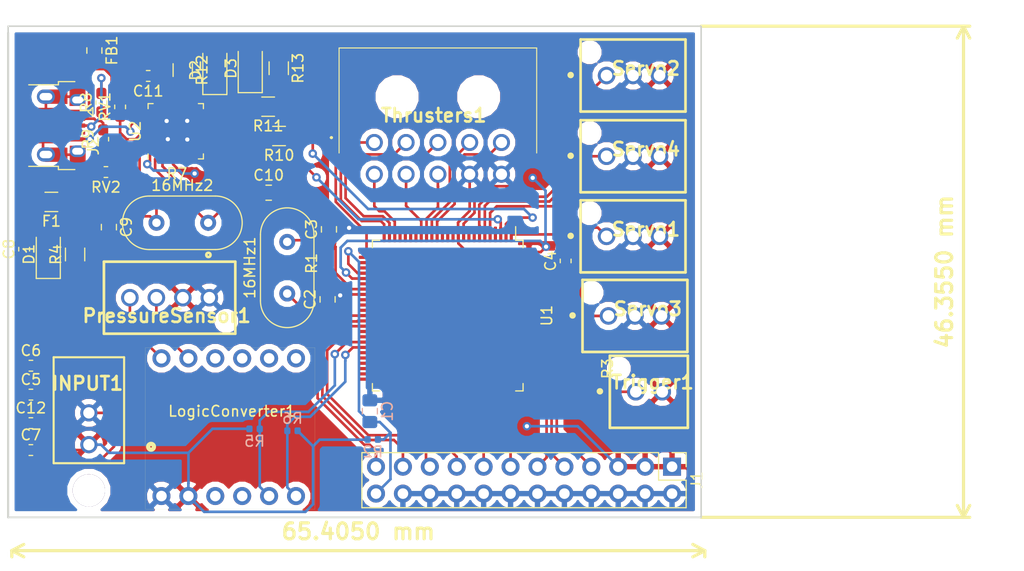
<source format=kicad_pcb>
(kicad_pcb (version 20211014) (generator pcbnew)
  (layers (0 "F.Cu" signal) (31 "B.Cu" signal) (34 "B.Paste" user) (35 "F.Paste" user) (36 "B.SilkS" user "B.Silkscreen") (37 "F.SilkS" user "F.Silkscreen") (38 "B.Mask" user) (39 "F.Mask" user) (44 "Edge.Cuts" user))
  (net 0 "")
  (net 1 "+5V")
  (net 2 "Net-(D1-Pad2)")
  (net 3 "/SDA")
  (net 4 "/SCL")
  (net 5 "Earth")
  (net 6 "Net-(R3-Pad2)")
  (net 7 "Net-(16MHz1-Pad2)")
  (net 8 "Net-(16MHz1-Pad1)")
  (net 9 "/Reset")
  (net 10 "Net-(U1-Pad4)")
  (net 11 "/S2")
  (net 12 "/S3")
  (net 13 "/S4")
  (net 14 "Net-(U1-Pad8)")
  (net 15 "Net-(U1-Pad9)")
  (net 16 "Net-(U1-Pad12)")
  (net 17 "Net-(U1-Pad13)")
  (net 18 "Net-(U1-Pad14)")
  (net 19 "/T1")
  (net 20 "/T2")
  (net 21 "/T3")
  (net 22 "/T4")
  (net 23 "Net-(U1-Pad19)")
  (net 24 "/T5")
  (net 25 "/T6")
  (net 26 "/T7")
  (net 27 "/T8")
  (net 28 "Net-(U1-Pad27)")
  (net 29 "Net-(U1-Pad28)")
  (net 30 "Net-(U1-Pad29)")
  (net 31 "Net-(U1-Pad35)")
  (net 32 "Net-(U1-Pad36)")
  (net 33 "Net-(U1-Pad37)")
  (net 34 "/PWM1")
  (net 35 "/PWM2")
  (net 36 "/PWM3")
  (net 37 "Net-(U1-Pad41)")
  (net 38 "Net-(U1-Pad42)")
  (net 39 "Net-(U1-Pad45)")
  (net 40 "Net-(U1-Pad46)")
  (net 41 "Net-(U1-Pad47)")
  (net 42 "Net-(U1-Pad48)")
  (net 43 "Net-(U1-Pad49)")
  (net 44 "Net-(U1-Pad50)")
  (net 45 "Net-(U1-Pad51)")
  (net 46 "Net-(U1-Pad52)")
  (net 47 "Net-(U1-Pad53)")
  (net 48 "/D1")
  (net 49 "/D2")
  (net 50 "/D3")
  (net 51 "Net-(U1-Pad57)")
  (net 52 "Net-(U1-Pad58)")
  (net 53 "Net-(U1-Pad59)")
  (net 54 "Net-(U1-Pad60)")
  (net 55 "Net-(U1-Pad63)")
  (net 56 "Net-(U1-Pad64)")
  (net 57 "Net-(U1-Pad65)")
  (net 58 "Net-(U1-Pad66)")
  (net 59 "Net-(U1-Pad67)")
  (net 60 "Net-(U1-Pad68)")
  (net 61 "Net-(U1-Pad69)")
  (net 62 "Net-(U1-Pad70)")
  (net 63 "Net-(U1-Pad71)")
  (net 64 "Net-(U1-Pad72)")
  (net 65 "Net-(U1-Pad73)")
  (net 66 "Net-(U1-Pad74)")
  (net 67 "Net-(U1-Pad75)")
  (net 68 "Net-(U1-Pad76)")
  (net 69 "Net-(U1-Pad77)")
  (net 70 "Net-(U1-Pad78)")
  (net 71 "Net-(U1-Pad79)")
  (net 72 "Net-(U1-Pad82)")
  (net 73 "Net-(U1-Pad83)")
  (net 74 "Net-(U1-Pad84)")
  (net 75 "Net-(U1-Pad85)")
  (net 76 "Net-(U1-Pad86)")
  (net 77 "Net-(U1-Pad87)")
  (net 78 "Net-(U1-Pad88)")
  (net 79 "Net-(U1-Pad89)")
  (net 80 "Net-(U1-Pad91)")
  (net 81 "Net-(U1-Pad92)")
  (net 82 "Net-(U1-Pad93)")
  (net 83 "Net-(U1-Pad94)")
  (net 84 "/A3")
  (net 85 "/A2")
  (net 86 "/A1")
  (net 87 "Net-(LogicConverter1-Pad12)")
  (net 88 "Net-(LogicConverter1-Pad11)")
  (net 89 "Net-(LogicConverter1-Pad4)")
  (net 90 "Net-(LogicConverter1-Pad3)")
  (net 91 "Net-(LogicConverter1-Pad9)")
  (net 92 "Net-(LogicConverter1-Pad10)")
  (net 93 "Net-(LogicConverter1-Pad8)")
  (net 94 "Net-(LogicConverter1-Pad7)")
  (net 95 "/RX0")
  (net 96 "Net-(R11-Pad2)")
  (net 97 "Net-(R10-Pad2)")
  (net 98 "/TX0")
  (net 99 "Net-(D3-Pad2)")
  (net 100 "Net-(D2-Pad2)")
  (net 101 "Net-(C11-Pad2)")
  (net 102 "Net-(FB1-Pad2)")
  (net 103 "/D-")
  (net 104 "/D+")
  (net 105 "Net-(J2-Pad2)")
  (net 106 "Net-(J2-Pad3)")
  (net 107 "Net-(16MHz2-Pad2)")
  (net 108 "Net-(16MHz2-Pad1)")
  (net 109 "Net-(Servo3-Pad1)")
  (net 110 "Net-(U1-Pad20)")
  (net 111 "Net-(U1-Pad21)")
  (net 112 "Net-(U1-Pad22)")
  (net 113 "Net-(C4-Pad1)")
  (net 114 "Net-(U2-Pad5)")
  (net 115 "Net-(U2-Pad6)")
  (net 116 "Net-(U2-Pad7)")
  (net 117 "Net-(D3-Pad1)")
  (net 118 "Net-(D2-Pad1)")
  (net 119 "Net-(U2-Pad12)")
  (net 120 "Net-(U2-Pad13)")
  (net 121 "Net-(U2-Pad14)")
  (net 122 "Net-(U2-Pad15)")
  (net 123 "Net-(U2-Pad16)")
  (net 124 "Net-(U2-Pad17)")
  (net 125 "Net-(U2-Pad18)")
  (net 126 "Net-(U2-Pad19)")
  (net 127 "Net-(U2-Pad20)")
  (net 128 "Net-(U2-Pad21)")
  (net 129 "Net-(U2-Pad22)")
  (net 130 "Net-(U2-Pad23)")
  (net 131 "Net-(U2-Pad24)")
  (net 132 "Net-(U2-Pad25)")
  (net 133 "Net-(U2-Pad26)")
  (net 134 "Net-(C11-Pad1)")
  (net 135 "/USBVCC")
  (net 136 "Net-(J2-Pad4)")
  (net 137 "Net-(F1-Pad2)")
  (footprint "Fuse:Fuse_1206_3216Metric_Pad1.42x1.75mm_HandSolder" (layer "F.Cu") (at 147.59 81.99 180)
    (fp_text reference "F1")
    (fp_text value "500mA")
  )
  (footprint "Resistor_SMD:R_1206_3216Metric_Pad1.42x1.75mm_HandSolder" (layer "F.Cu") (at 168.05 73 180)
    (fp_text reference "R11")
    (fp_text value "1K")
  )
  (footprint "Resistor_SMD:R_1206_3216Metric_Pad1.42x1.75mm_HandSolder" (layer "F.Cu") (at 169.08 75.77 180)
    (fp_text reference "R10")
    (fp_text value "1K")
  )
  (footprint "Resistor_SMD:R_1206_3216Metric_Pad1.42x1.75mm_HandSolder" (layer "F.Cu") (at 149.83 86.95 90)
    (fp_text reference "R4")
    (fp_text value "1K")
  )
  (footprint "Resistor_SMD:R_1206_3216Metric_Pad1.42x1.75mm_HandSolder" (layer "F.Cu") (at 169.05 69.37 -90)
    (fp_text reference "R13")
    (fp_text value "1K")
  )
  (footprint "Resistor_SMD:R_1206_3216Metric_Pad1.42x1.75mm_HandSolder" (layer "F.Cu") (at 159.99 69.5475 -90)
    (fp_text reference "R12")
    (fp_text value "1K")
  )
  (footprint "Resistor_SMD:R_0805_2012Metric" (layer "F.Cu") (at 151.65 67.7 -90)
    (fp_text reference "FB1")
    (fp_text value "Ferrite_Bead")
  )
  (footprint "Resistor_SMD:R_0603_1608Metric_Pad1.05x0.95mm_HandSolder" (layer "F.Cu") (at 152.74 79.17 180)
    (fp_text reference "RV2")
    (fp_text value "Varistor")
  )
  (footprint "Resistor_SMD:R_0603_1608Metric_Pad1.05x0.95mm_HandSolder" (layer "F.Cu") (at 154.08 73.02 90)
    (fp_text reference "RV1")
    (fp_text value "Varistor")
  )
  (footprint "Resistor_SMD:R_0603_1608Metric_Pad1.05x0.95mm_HandSolder" (layer "F.Cu") (at 152.48 76.065 90)
    (fp_text reference "R9")
    (fp_text value "22R")
  )
  (footprint "Resistor_SMD:R_0603_1608Metric_Pad1.05x0.95mm_HandSolder" (layer "F.Cu") (at 152.31 72.62 90)
    (fp_text reference "R8")
    (fp_text value "22R")
  )
  (footprint "Resistor_SMD:R_0402_1005Metric" (layer "F.Cu") (at 159.44 80.49)
    (fp_text reference "R7")
    (fp_text value "1M")
  )
  (footprint "Resistor_SMD:R_0402_1005Metric" (layer "F.Cu") (at 198.91 97.725 -90)
    (fp_text reference "R3")
    (fp_text value "10K")
  )
  (footprint "Package_QFP:TQFP-100_14x14mm_P0.5mm" (layer "F.Cu") (at 185 92.72 -90)
    (fp_text reference "U1")
    (fp_text value "ATmega2560-16AU")
  )
  (footprint "Package_DFN_QFN:QFN-32-1EP_5x5mm_P0.5mm_EP3.1x3.1mm" (layer "F.Cu") (at 159.33 75.32 90)
    (fp_text reference "U2")
    (fp_text value "ATmega8U2-MU")
  )
  (footprint "Molex_Connector:input" (layer "F.Cu") (at 151.13 109.22)
    (fp_text reference "INPUT1")
    (fp_text value "Conn_01x02_Male" hide)
  )
  (footprint "Molex_Connector:53375-0410" (layer "F.Cu") (at 158.75 87.63)
    (fp_text reference "PressureSensor1")
    (fp_text value "Conn_01x04_Male" hide)
  )
  (footprint "Molex_Connector:53375-0210" (layer "F.Cu") (at 203.98 103.31 180)
    (fp_text reference "Trigger1")
    (fp_text value "Conn_01x02_Female" hide)
  )
  (footprint "Molex_Connector:02x06" (layer "F.Cu") (at 170.68 109.75 180)
    (fp_text reference "LogicConverter1")
    (fp_text value "Conn_02x06_Counter_Clockwise")
  )
  (footprint "Molex_Connector:02x05" (layer "F.Cu") (at 178.07 76.38 180)
    (fp_text reference "Thrusters1")
    (fp_text value "Connector 02x05" hide)
  )
  (footprint "Molex_Connector:01x03" (layer "F.Cu") (at 202.49 81.08 180)
    (fp_text reference "Servo4")
    (fp_text value "Conn_01x03_Male" hide)
  )
  (footprint "Molex_Connector:01x03" (layer "F.Cu") (at 202.49 73.46 180)
    (fp_text reference "Servo2")
    (fp_text value "Conn_01x03_Male" hide)
  )
  (footprint "Molex_Connector:01x03" (layer "F.Cu") (at 202.49 88.64 180)
    (fp_text reference "Servo1")
    (fp_text value "Conn_01x03_Male" hide)
  )
  (footprint "Molex_Connector:01x03" (layer "F.Cu") (at 202.67 96.15 180)
    (fp_text reference "Servo3")
    (fp_text value "Conn_01x03_Male" hide)
  )
  (footprint "LED_SMD:LED_1206_3216Metric" (layer "F.Cu") (at 166.36 69.39 90)
    (fp_text reference "D3")
    (fp_text value "LED")
  )
  (footprint "LED_SMD:LED_1206_3216Metric" (layer "F.Cu") (at 163.02 69.57 90)
    (fp_text reference "D2")
    (fp_text value "LED")
  )
  (footprint "LED_SMD:LED_1206_3216Metric" (layer "F.Cu") (at 147.3 86.93 90)
    (fp_text reference "D1")
    (fp_text value "LED")
  )
  (footprint "Crystal:Crystal_HC49-U_Vertical" (layer "F.Cu") (at 157.509857 83.959115)
    (fp_text reference "16MHz2")
    (fp_text value "Crystal")
  )
  (footprint "Crystal:Crystal_HC49-U_Vertical" (layer "F.Cu") (at 169.85 90.64 90)
    (fp_text reference "16MHz1")
    (fp_text value "Crystal")
  )
  (footprint "Connector_USB:USB_Micro-B_Amphenol_10103594-0001LF_Horizontal" (layer "F.Cu") (at 148.19 74.81 -90)
    (fp_text reference "J2")
    (fp_text value "USB_B_Micro")
  )
  (footprint "Connector_PinHeader_2.54mm:PinHeader_2x12_P2.54mm_Vertical" (layer "F.Cu") (at 206.17 106.98 -90)
    (fp_text reference "J1")
    (fp_text value "Conn_02x12_Odd_Even")
  )
  (footprint "Capacitor_SMD:C_0805_2012Metric_Pad1.15x1.40mm_HandSolder" (layer "F.Cu") (at 173.79 84.58 90)
    (fp_text reference "C3")
    (fp_text value "22pF")
  )
  (footprint "Capacitor_SMD:C_0805_2012Metric_Pad1.15x1.40mm_HandSolder" (layer "F.Cu") (at 153.02 84.37 -90)
    (fp_text reference "C9")
    (fp_text value "22pF")
  )
  (footprint "Capacitor_SMD:C_0805_2012Metric_Pad1.15x1.40mm_HandSolder" (layer "F.Cu") (at 168.1 81.12)
    (fp_text reference "C10")
    (fp_text value "22pF")
  )
  (footprint "Capacitor_SMD:C_0805_2012Metric_Pad1.15x1.40mm_HandSolder" (layer "F.Cu") (at 173.66 91.19 90)
    (fp_text reference "C2")
    (fp_text value "22pF")
  )
  (footprint "Capacitor_SMD:C_0603_1608Metric_Pad1.05x0.95mm_HandSolder" (layer "F.Cu") (at 145.02 86.45 90)
    (fp_text reference "C8")
    (fp_text value "100n")
  )
  (footprint "Capacitor_SMD:C_0603_1608Metric_Pad1.05x0.95mm_HandSolder" (layer "F.Cu") (at 145.655 105.41)
    (fp_text reference "C7")
    (fp_text value "100n")
  )
  (footprint "Capacitor_SMD:C_0603_1608Metric_Pad1.05x0.95mm_HandSolder" (layer "F.Cu") (at 145.66 97.45)
    (fp_text reference "C6")
    (fp_text value "100n")
  )
  (footprint "Capacitor_SMD:C_0603_1608Metric_Pad1.05x0.95mm_HandSolder" (layer "F.Cu") (at 145.66 100.18)
    (fp_text reference "C5")
    (fp_text value "100n")
  )
  (footprint "Capacitor_SMD:C_0603_1608Metric_Pad1.05x0.95mm_HandSolder" (layer "F.Cu") (at 156.73 70.1 180)
    (fp_text reference "C11")
    (fp_text value "100n")
  )
  (footprint "Capacitor_SMD:C_0603_1608Metric_Pad1.05x0.95mm_HandSolder" (layer "F.Cu") (at 145.655 102.87)
    (fp_text reference "C12")
    (fp_text value "100n")
  )
  (footprint "Capacitor_SMD:C_0603_1608Metric_Pad1.05x0.95mm_HandSolder" (layer "F.Cu") (at 196.13 87.56 90)
    (fp_text reference "C4")
    (fp_text value "100n")
  )
  (footprint "Resistor_SMD:R_0402_1005Metric" (layer "F.Cu") (at 173.32 87.79 90)
    (fp_text reference "R1")
    (fp_text value "1M")
  )
  (footprint "Resistor_SMD:R_0402_1005Metric" (layer "B.Cu") (at 170.345 103.59 180)
    (fp_text reference "R6")
    (fp_text value "10K")
  )
  (footprint "Resistor_SMD:R_0402_1005Metric" (layer "B.Cu") (at 177.92 104.41)
    (fp_text reference "R2")
    (fp_text value "10k")
  )
  (footprint "Resistor_SMD:R_0402_1005Metric" (layer "B.Cu") (at 166.77 103.41)
    (fp_text reference "R5")
    (fp_text value "10K")
  )
  (footprint "Capacitor_SMD:C_0805_2012Metric_Pad1.15x1.40mm_HandSolder" (layer "B.Cu") (at 177.65 101.74 90)
    (fp_text reference "C1")
    (fp_text value "22pF")
  )
  (gr_line (start 143.51 111.76) (end 143.51 65.405) (layer "Edge.Cuts") (width 0.15))
  (gr_line (start 208.915 111.76) (end 143.51 111.76) (layer "Edge.Cuts") (width 0.15))
  (gr_line (start 143.51 65.405) (end 208.915 65.405) (layer "Edge.Cuts") (width 0.15))
  (gr_line (start 143.51 111.76) (end 208.915 111.76) (layer "Edge.Cuts") (width 0.15))
  (gr_line (start 143.51 111.76) (end 143.51 66.04) (layer "Edge.Cuts") (width 0.2))
  (gr_line (start 208.915 65.405) (end 208.915 111.76) (layer "Edge.Cuts") (width 0.15))
  (dimension (type aligned) (layer "F.SilkS") (pts (xy 209.2619 114.9015) (xy 143.8569 114.9015)) (height 0) (gr_text "65.4050 mm" (at 176.5594 113.1015) (layer "F.SilkS") (effects (font (size 1.5 1.5) (thickness 0.3)))) (format (units 2) (units_format 1) (precision 4)) (style (thickness 0.3) (arrow_length 1.27) (text_position_mode 0) (extension_height 0.58642) (extension_offset 0) keep_text_aligned))
  (dimension (type aligned) (layer "F.SilkS") (pts (xy 208.915 111.76) (xy 208.915 65.405)) (height 24.765) (gr_text "46.3550 mm" (at 231.88 88.5825 90) (layer "F.SilkS") (effects (font (size 1.5 1.5) (thickness 0.3)))) (format (units 2) (units_format 1) (precision 4)) (style (thickness 0.3) (arrow_length 1.27) (text_position_mode 0) (extension_height 0.58642) (extension_offset 0) keep_text_aligned))
  (segment (start 192.47 103.16) (end 184 103.16) (width 0.25) (layer "F.Cu") (net 1))
  (segment (start 175.968896 89.22) (end 175.399448 88.650552) (width 0.25) (layer "F.Cu") (net 1))
  (segment (start 147.07 96.915) (end 146.535 97.45) (width 0.25) (layer "F.Cu") (net 1))
  (segment (start 156.8925 77.07) (end 156.8925 78.16937) (width 0.25) (layer "F.Cu") (net 1))
  (segment (start 186.5 84.04641) (end 187.525 83.02141) (width 0.25) (layer "F.Cu") (net 1))
  (segment (start 192.6625 86.72) (end 193.78 86.72) (width 0.25) (layer "F.Cu") (net 1))
  (segment (start 191.06 80.507501) (end 191.272499 80.507501) (width 0.25) (layer "F.Cu") (net 1))
  (segment (start 186.5 85.0575) (end 186.5 84.04641) (width 0.25) (layer "F.Cu") (net 1))
  (segment (start 147.07 92.89) (end 147.07 96.915) (width 0.25) (layer "F.Cu") (net 1))
  (segment (start 150.6 88.5475) (end 150.6 89.36) (width 0.25) (layer "F.Cu") (net 1))
  (segment (start 159.08 77.7575) (end 159.08 78.44) (width 0.25) (layer "F.Cu") (net 1))
  (segment (start 156.8925 78.16937) (end 156.64003 78.42184) (width 0.25) (layer "F.Cu") (net 1))
  (segment (start 193.72501 101.91499) (end 192.48 103.16) (width 0.25) (layer "F.Cu") (net 1))
  (segment (start 191.06 80.507501) (end 191.532499 80.507501) (width 0.25) (layer "F.Cu") (net 1))
  (segment (start 151.5975 88.57) (end 157.54 88.57) (width 0.25) (layer "F.Cu") (net 1))
  (segment (start 193.72501 96.94501) (end 193.72501 101.91499) (width 0.25) (layer "F.Cu") (net 1))
  (segment (start 150.62 105.41) (end 151.13 104.9) (width 0.25) (layer "F.Cu") (net 1))
  (segment (start 187.525 83.02141) (end 187.525 81.715) (width 0.25) (layer "F.Cu") (net 1))
  (segment (start 188.732499 80.507501) (end 191.06 80.507501) (width 0.25) (layer "F.Cu") (net 1))
  (segment (start 150.6 89.36) (end 147.07 92.89) (width 0.25) (layer "F.Cu") (net 1))
  (segment (start 193.78 86.72) (end 194.28 86.22) (width 0.25) (layer "F.Cu") (net 1))
  (segment (start 192.48 103.16) (end 192.47 103.16) (width 0.25) (layer "F.Cu") (net 1))
  (segment (start 193.5 96.72) (end 193.72501 96.94501) (width 0.25) (layer "F.Cu") (net 1))
  (segment (start 146.535 97.45) (end 146.535 105.405) (width 0.25) (layer "F.Cu") (net 1))
  (segment (start 192.6625 96.72) (end 193.5 96.72) (width 0.25) (layer "F.Cu") (net 1))
  (segment (start 146.535 105.405) (end 146.53 105.41) (width 0.25) (layer "F.Cu") (net 1))
  (segment (start 151.575 88.5475) (end 151.5975 88.57) (width 0.25) (layer "F.Cu") (net 1))
  (segment (start 184 100.3825) (end 184 103.16) (width 0.25) (layer "F.Cu") (net 1))
  (segment (start 187.525 81.715) (end 188.732499 80.507501) (width 0.25) (layer "F.Cu") (net 1))
  (segment (start 177.3375 89.22) (end 175.968896 89.22) (width 0.25) (layer "F.Cu") (net 1))
  (segment (start 146.53 105.41) (end 150.62 105.41) (width 0.25) (layer "F.Cu") (net 1))
  (segment (start 159.08 78.44) (end 159.67 79.03) (width 0.25) (layer "F.Cu") (net 1))
  (segment (start 150.6 88.5475) (end 151.575 88.5475) (width 0.25) (layer "F.Cu") (net 1))
  (segment (start 157.54 88.57) (end 160 91.03) (width 0.25) (layer "F.Cu") (net 1))
  (via (at 194.28 86.22) (size 0.8) (drill 0.4) (layers "F.Cu" "B.Cu") (net 1))
  (via (at 175.399448 88.650552) (size 0.8) (drill 0.4) (layers "F.Cu" "B.Cu") (net 1))
  (via (at 161.11 79.31) (size 0.8) (drill 0.4) (layers "F.Cu" "B.Cu") (net 1))
  (via (at 193.02 79.72) (size 0.8) (drill 0.4) (layers "F.Cu" "B.Cu") (net 1))
  (via (at 192.47 103.16) (size 0.8) (drill 0.4) (layers "F.Cu" "B.Cu") (net 1))
  (via (at 156.64003 78.42184) (size 0.8) (drill 0.4) (layers "F.Cu" "B.Cu") (net 1))
  (segment (start 192.47 103.16) (end 197.27 103.16) (width 0.25) (layer "B.Cu") (net 1))
  (segment (start 160.53 108.537919) (end 160.53 105.67) (width 0.25) (layer "B.Cu") (net 1))
  (segment (start 166.275 103.4) (end 166.285 103.41) (width 0.25) (layer "B.Cu") (net 1))
  (segment (start 152.275512 104.9) (end 153.045512 105.67) (width 0.25) (layer "B.Cu") (net 1))
  (segment (start 171.57 111.24) (end 172.29 110.52) (width 0.25) (layer "B.Cu") (net 1))
  (segment (start 159.67 79.03) (end 159.95 79.31) (width 0.25) (layer "B.Cu") (net 1))
  (segment (start 160.52 109.75) (end 162.01 111.24) (width 0.25) (layer "B.Cu") (net 1))
  (segment (start 172.91 104.43) (end 172.29 105.05) (width 0.25) (layer "B.Cu") (net 1))
  (segment (start 177.46 104.43) (end 172.91 104.43) (width 0.25) (layer "B.Cu") (net 1))
  (segment (start 160.53 105.67) (end 162.8 103.4) (width 0.25) (layer "B.Cu") (net 1))
  (segment (start 194.22999 80.92999) (end 193.02 79.72) (width 0.25) (layer "B.Cu") (net 1))
  (segment (start 174.894999 86.301999) (end 175.526988 85.67001) (width 0.25) (layer "B.Cu") (net 1))
  (segment (start 156.64003 78.42184) (end 157.24819 79.03) (width 0.25) (layer "B.Cu") (net 1))
  (segment (start 172.29 110.52) (end 172.29 105.05) (width 0.25) (layer "B.Cu") (net 1))
  (segment (start 162.01 111.24) (end 171.57 111.24) (width 0.25) (layer "B.Cu") (net 1))
  (segment (start 162.8 103.4) (end 166.275 103.4) (width 0.25) (layer "B.Cu") (net 1))
  (segment (start 174.894999 88.146103) (end 174.894999 86.301999) (width 0.25) (layer "B.Cu") (net 1))
  (segment (start 175.526988 85.67001) (end 193.73001 85.67001) (width 0.25) (layer "B.Cu") (net 1))
  (segment (start 151.13 104.9) (end 152.275512 104.9) (width 0.25) (layer "B.Cu") (net 1))
  (segment (start 175.399448 88.650552) (end 174.894999 88.146103) (width 0.25) (layer "B.Cu") (net 1))
  (segment (start 159.95 79.31) (end 161.11 79.31) (width 0.25) (layer "B.Cu") (net 1))
  (segment (start 172.29 105.05) (end 170.83 103.59) (width 0.25) (layer "B.Cu") (net 1))
  (segment (start 194.22999 86.16999) (end 194.22999 80.92999) (width 0.25) (layer "B.Cu") (net 1))
  (segment (start 160.52 109.75) (end 160.52 108.547919) (width 0.25) (layer "B.Cu") (net 1))
  (segment (start 153.045512 105.67) (end 160.53 105.67) (width 0.25) (layer "B.Cu") (net 1))
  (segment (start 197.27 103.16) (end 201.09 106.98) (width 0.25) (layer "B.Cu") (net 1))
  (segment (start 194.28 86.22) (end 194.22999 86.16999) (width 0.25) (layer "B.Cu") (net 1))
  (segment (start 193.73001 85.67001) (end 194.28 86.22) (width 0.25) (layer "B.Cu") (net 1))
  (segment (start 157.24819 79.03) (end 159.67 79.03) (width 0.25) (layer "B.Cu") (net 1))
  (segment (start 160.52 108.547919) (end 160.53 108.537919) (width 0.25) (layer "B.Cu") (net 1))
  (segment (start 150.5925 85.58) (end 150.6 85.5725) (width 0.25) (layer "F.Cu") (net 2))
  (segment (start 147.3 85.53) (end 149.7625 85.53) (width 0.25) (layer "F.Cu") (net 2))
  (segment (start 149.7625 85.53) (end 149.83 85.4625) (width 0.25) (layer "F.Cu") (net 2))
  (segment (start 176.05 95.72) (end 175.34 96.43) (width 0.25) (layer "F.Cu") (net 3))
  (segment (start 177.3375 95.72) (end 176.05 95.72) (width 0.25) (layer "F.Cu") (net 3))
  (via (at 175.34 96.43) (size 0.8) (drill 0.4) (layers "F.Cu" "B.Cu") (net 3))
  (segment (start 169.86 108.93) (end 170.68 109.75) (width 0.25) (layer "B.Cu") (net 3))
  (segment (start 175.33 98.95641) (end 172.01641 102.27) (width 0.25) (layer "B.Cu") (net 3))
  (segment (start 172.01641 102.27) (end 170.59 102.27) (width 0.25) (layer "B.Cu") (net 3))
  (segment (start 175.33 97.005685) (end 175.33 98.95641) (width 0.25) (layer "B.Cu") (net 3))
  (segment (start 169.86 103) (end 169.86 103.59) (width 0.25) (layer "B.Cu") (net 3))
  (segment (start 169.86 103.59) (end 169.86 108.93) (width 0.25) (layer "B.Cu") (net 3))
  (segment (start 175.34 96.43) (end 175.34 96.995685) (width 0.25) (layer "B.Cu") (net 3))
  (segment (start 170.59 102.27) (end 169.86 103) (width 0.25) (layer "B.Cu") (net 3))
  (segment (start 175.34 96.995685) (end 175.33 97.005685) (width 0.25) (layer "B.Cu") (net 3))
  (segment (start 177.3375 95.22) (end 175.477139 95.22) (width 0.25) (layer "F.Cu") (net 4))
  (segment (start 175.477139 95.22) (end 174.34287 96.354269) (width 0.25) (layer "F.Cu") (net 4))
  (via (at 174.34287 96.354269) (size 0.8) (drill 0.4) (layers "F.Cu" "B.Cu") (net 4))
  (segment (start 167.3 103.455) (end 167.255 103.41) (width 0.25) (layer "B.Cu") (net 4))
  (segment (start 174.34287 99.30713) (end 171.85 101.8) (width 0.25) (layer "B.Cu") (net 4))
  (segment (start 171.85 101.8) (end 168.865 101.8) (width 0.25) (layer "B.Cu") (net 4))
  (segment (start 167.255 108.865) (end 168.14 109.75) (width 0.25) (layer "B.Cu") (net 4))
  (segment (start 174.34287 96.354269) (end 174.34287 99.30713) (width 0.25) (layer "B.Cu") (net 4))
  (segment (start 167.25 103.405) (end 167.255 103.41) (width 0.25) (layer "B.Cu") (net 4))
  (segment (start 167.25 102.62) (end 167.25 103.405) (width 0.25) (layer "B.Cu") (net 4))
  (segment (start 168.865 101.8) (end 168.845 101.78) (width 0.25) (layer "B.Cu") (net 4))
  (segment (start 168.09 101.78) (end 167.25 102.62) (width 0.25) (layer "B.Cu") (net 4))
  (segment (start 167.255 103.41) (end 167.255 108.865) (width 0.25) (layer "B.Cu") (net 4))
  (segment (start 168.845 101.78) (end 168.09 101.78) (width 0.25) (layer "B.Cu") (net 4))
  (segment (start 158.58 76.07) (end 159.33 75.32) (width 0.25) (layer "F.Cu") (net 5))
  (segment (start 153.5 105.08) (end 153.5 102.74) (width 0.25) (layer "F.Cu") (net 5))
  (segment (start 146.60429 89.02571) (end 146.60429 89.04571) (width 0.25) (layer "F.Cu") (net 5))
  (segment (start 174.205 90.165) (end 174.85 90.81) (width 0.25) (layer "F.Cu") (net 5))
  (segment (start 195.595 87.22) (end 196.13 86.685) (width 0.25) (layer "F.Cu") (net 5))
  (segment (start 144.785 97.45) (end 144.785 102.865) (width 0.25) (layer "F.Cu") (net 5))
  (segment (start 186 85.9) (end 186 85.895) (width 0.25) (layer "F.Cu") (net 5))
  (segment (start 165.19 88.34) (end 162.5 91.03) (width 0.25) (layer "F.Cu") (net 5))
  (segment (start 173.79 83.555) (end 174.805 83.555) (width 0.25) (layer "F.Cu") (net 5))
  (segment (start 151.91499 86.50001) (end 152.396628 86.018372) (width 0.25) (layer "F.Cu") (net 5))
  (segment (start 144.78 103.445) (end 144.78 105.41) (width 0.25) (layer "F.Cu") (net 5))
  (segment (start 192.6625 87.22) (end 187.37 87.22) (width 0.25) (layer "F.Cu") (net 5))
  (segment (start 180.675 87.22) (end 185.88 87.22) (width 0.25) (layer "F.Cu") (net 5))
  (segment (start 192.6625 96.22) (end 187.1 96.22) (width 0.25) (layer "F.Cu") (net 5))
  (segment (start 185.97501 85.03251) (end 186 85.0575) (width 0.25) (layer "F.Cu") (net 5))
  (segment (start 169.125 81.12) (end 171.355 81.12) (width 0.25) (layer "F.Cu") (net 5))
  (segment (start 192.6625 87.22) (end 195.595 87.22) (width 0.25) (layer "F.Cu") (net 5))
  (segment (start 149.12999 86.50001) (end 151.91499 86.50001) (width 0.25) (layer "F.Cu") (net 5))
  (segment (start 146.60429 89.04571) (end 144.785 90.865) (width 0.25) (layer "F.Cu") (net 5))
  (segment (start 147.3 88.33) (end 146.025 88.33) (width 0.25) (layer "F.Cu") (net 5))
  (segment (start 185.88 87.22) (end 187.37 87.22) (width 0.25) (layer "F.Cu") (net 5))
  (segment (start 147.3 88.33) (end 149.12999 86.50001) (width 0.25) (layer "F.Cu") (net 5))
  (segment (start 198.91 96.51) (end 198.91 97.24) (width 0.25) (layer "F.Cu") (net 5))
  (segment (start 144.785 102.865) (end 144.78 102.87) (width 0.25) (layer "F.Cu") (net 5))
  (segment (start 202.67 92.75) (end 198.91 96.51) (width 0.25) (layer "F.Cu") (net 5))
  (segment (start 147.3 88.33) (end 146.60429 89.02571) (width 0.25) (layer "F.Cu") (net 5))
  (segment (start 144.78 102.87) (end 144.78 103.445) (width 0.25) (layer "F.Cu") (net 5))
  (segment (start 144.78 105.985) (end 145.845 107.05) (width 0.25) (layer "F.Cu") (net 5))
  (segment (start 178.175 89.72) (end 180.675 87.22) (width 0.25) (layer "F.Cu") (net 5))
  (segment (start 184.5 93.62) (end 184.5 88.6) (width 0.25) (layer "F.Cu") (net 5))
  (segment (start 158.58 76.07) (end 158.58 76.07) (width 0.25) (layer "F.Cu") (net 5))
  (segment (start 152.66 101.9) (end 151.13 101.9) (width 0.25) (layer "F.Cu") (net 5))
  (segment (start 177.3375 89.72) (end 178.175 89.72) (width 0.25) (layer "F.Cu") (net 5))
  (segment (start 187.1 96.22) (end 184.5 93.62) (width 0.25) (layer "F.Cu") (net 5))
  (segment (start 187.07 79.38) (end 187.07 82.84) (width 0.25) (layer "F.Cu") (net 5))
  (segment (start 145.845 107.05) (end 151.53 107.05) (width 0.25) (layer "F.Cu") (net 5))
  (segment (start 144.78 105.41) (end 144.78 105.985) (width 0.25) (layer "F.Cu") (net 5))
  (segment (start 185.97501 83.93499) (end 185.97501 85.03251) (width 0.25) (layer "F.Cu") (net 5))
  (segment (start 159.33 76.47) (end 159.33 76.47) (width 0.25) (layer "F.Cu") (net 5))
  (segment (start 175.290001 84.040001) (end 175.69 84.44) (width 0.25) (layer "F.Cu") (net 5))
  (segment (start 152.396628 86.018372) (end 153.02 85.395) (width 0.25) (layer "F.Cu") (net 5))
  (segment (start 158.58 77.7575) (end 158.58 76.07) (width 0.25) (layer "F.Cu") (net 5))
  (segment (start 151.53 107.05) (end 153.5 105.08) (width 0.25) (layer "F.Cu") (net 5))
  (segment (start 146.025 88.33) (end 145.02 87.325) (width 0.25) (layer "F.Cu") (net 5))
  (segment (start 174.805 83.555) (end 175.290001 84.040001) (width 0.25) (layer "F.Cu") (net 5))
  (segment (start 187.32 87.22) (end 186 85.9) (width 0.25) (layer "F.Cu") (net 5))
  (segment (start 187.37 87.22) (end 187.32 87.22) (width 0.25) (layer "F.Cu") (net 5))
  (segment (start 144.785 90.865) (end 144.785 97.45) (width 0.25) (layer "F.Cu") (net 5))
  (segment (start 187.07 82.84) (end 185.97501 83.93499) (width 0.25) (layer "F.Cu") (net 5))
  (segment (start 186 85.895) (end 186 85.0575) (width 0.25) (layer "F.Cu") (net 5))
  (segment (start 171.355 81.12) (end 173.79 83.555) (width 0.25) (layer "F.Cu") (net 5))
  (segment (start 184.5 88.6) (end 185.88 87.22) (width 0.25) (layer "F.Cu") (net 5))
  (segment (start 173.66 90.165) (end 174.205 90.165) (width 0.25) (layer "F.Cu") (net 5))
  (segment (start 184.5 100.3825) (end 184.5 93.62) (width 0.25) (layer "F.Cu") (net 5))
  (segment (start 153.5 102.74) (end 152.66 101.9) (width 0.25) (layer "F.Cu") (net 5))
  (via (at 174.85 90.81) (size 0.8) (drill 0.4) (layers "F.Cu" "B.Cu") (net 5))
  (via (at 160.42 76.1) (size 0.8) (drill 0.4) (layers "F.Cu" "B.Cu") (net 5))
  (via (at 158.47 74.35) (size 0.8) (drill 0.4) (layers "F.Cu" "B.Cu") (net 5))
  (via (at 175.69 84.44) (size 0.8) (drill 0.4) (layers "F.Cu" "B.Cu") (net 5))
  (via (at 158.58 76.07) (size 0.8) (drill 0.4) (layers "F.Cu" "B.Cu") (net 5))
  (via (at 160.41 74.34) (size 0.8) (drill 0.4) (layers "F.Cu" "B.Cu") (net 5))
  (segment (start 195.74001 96.73001) (end 197.22 98.21) (width 0.25) (layer "F.Cu") (net 6))
  (segment (start 200.61 99.91) (end 202.75 99.91) (width 0.25) (layer "F.Cu") (net 6))
  (segment (start 195.74001 89.7836) (end 195.74001 96.73001) (width 0.25) (layer "F.Cu") (net 6))
  (segment (start 192.6625 88.22) (end 194.17641 88.22) (width 0.25) (layer "F.Cu") (net 6))
  (segment (start 198.91 98.21) (end 200.61 99.91) (width 0.25) (layer "F.Cu") (net 6))
  (segment (start 197.22 98.21) (end 198.91 98.21) (width 0.25) (layer "F.Cu") (net 6))
  (segment (start 194.17641 88.22) (end 195.74001 89.7836) (width 0.25) (layer "F.Cu") (net 6))
  (segment (start 173.32 87.305) (end 173.654168 86.970832) (width 0.25) (layer "F.Cu") (net 7))
  (segment (start 174.413372 88.689782) (end 175.94359 90.22) (width 0.25) (layer "F.Cu") (net 7))
  (segment (start 177.3375 90.22) (end 175.94359 90.22) (width 0.25) (layer "F.Cu") (net 7))
  (segment (start 170.005 85.605) (end 169.85 85.76) (width 0.25) (layer "F.Cu") (net 7))
  (segment (start 173.654168 86.970832) (end 173.670912 86.970832) (width 0.25) (layer "F.Cu") (net 7))
  (segment (start 174.413372 86.228372) (end 173.79 85.605) (width 0.25) (layer "F.Cu") (net 7))
  (segment (start 173.79 85.605) (end 170.005 85.605) (width 0.25) (layer "F.Cu") (net 7))
  (segment (start 174.413372 88.689782) (end 174.413372 86.228372) (width 0.25) (layer "F.Cu") (net 7))
  (segment (start 173.670912 86.970832) (end 174.413372 86.228372) (width 0.25) (layer "F.Cu") (net 7))
  (segment (start 169.71 85.62) (end 169.85 85.76) (width 0.25) (layer "B.Cu") (net 7))
  (segment (start 173.32 88.275) (end 173.654168 88.609168) (width 0.25) (layer "F.Cu") (net 8))
  (segment (start 169.85 90.64) (end 169.93 90.72) (width 0.25) (layer "F.Cu") (net 8))
  (segment (start 174.46 92.215) (end 175.955 90.72) (width 0.25) (layer "F.Cu") (net 8))
  (segment (start 171.425 92.215) (end 173.66 92.215) (width 0.25) (layer "F.Cu") (net 8))
  (segment (start 173.692358 88.609168) (end 175.80319 90.72) (width 0.25) (layer "F.Cu") (net 8))
  (segment (start 173.654168 88.609168) (end 173.692358 88.609168) (width 0.25) (layer "F.Cu") (net 8))
  (segment (start 169.85 90.64) (end 171.425 92.215) (width 0.25) (layer "F.Cu") (net 8))
  (segment (start 175.955 90.72) (end 176.5 90.72) (width 0.25) (layer "F.Cu") (net 8))
  (segment (start 176.5 90.72) (end 177.3375 90.72) (width 0.25) (layer "F.Cu") (net 8))
  (segment (start 175.80319 90.72) (end 175.955 90.72) (width 0.25) (layer "F.Cu") (net 8))
  (segment (start 173.66 92.215) (end 174.46 92.215) (width 0.25) (layer "F.Cu") (net 8))
  (segment (start 169.8 90.69) (end 169.85 90.64) (width 0.25) (layer "B.Cu") (net 8))
  (segment (start 176.5 88.72) (end 175.62 87.84) (width 0.25) (layer "F.Cu") (net 9))
  (segment (start 177.3375 88.72) (end 176.5 88.72) (width 0.25) (layer "F.Cu") (net 9))
  (segment (start 175.62 87.84) (end 175.62 86.65) (width 0.25) (layer "F.Cu") (net 9))
  (via (at 175.62 86.65) (size 0.8) (drill 0.4) (layers "F.Cu" "B.Cu") (net 9))
  (segment (start 178.585 102.765) (end 177.65 102.765) (width 0.25) (layer "B.Cu") (net 9))
  (segment (start 178.405 104.41) (end 178.959998 104.41) (width 0.25) (layer "B.Cu") (net 9))
  (segment (start 178.959998 104.41) (end 179.594999 103.774999) (width 0.25) (layer "B.Cu") (net 9))
  (segment (start 179.594999 108.155001) (end 179.594999 103.774999) (width 0.25) (layer "B.Cu") (net 9))
  (segment (start 179.594999 103.774999) (end 178.585 102.765) (width 0.25) (layer "B.Cu") (net 9))
  (segment (start 178.23 109.52) (end 179.594999 108.155001) (width 0.25) (layer "B.Cu") (net 9))
  (segment (start 177.026628 102.141628) (end 177.65 102.765) (width 0.25) (layer "B.Cu") (net 9))
  (segment (start 176.62499 87.65499) (end 176.62499 101.73999) (width 0.25) (layer "B.Cu") (net 9))
  (segment (start 175.62 86.65) (end 176.62499 87.65499) (width 0.25) (layer "B.Cu") (net 9))
  (segment (start 176.62499 101.73999) (end 177.026628 102.141628) (width 0.25) (layer "B.Cu") (net 9))
  (segment (start 199.165001 84.415001) (end 199.99 85.24) (width 0.25) (layer "F.Cu") (net 11))
  (segment (start 189 85.0575) (end 189 83.03) (width 0.25) (layer "F.Cu") (net 11))
  (segment (start 189 83.03) (end 189.62998 82.40002) (width 0.25) (layer "F.Cu") (net 11))
  (segment (start 195.99643 82.40002) (end 198.011411 84.415001) (width 0.25) (layer "F.Cu") (net 11))
  (segment (start 198.011411 84.415001) (end 199.165001 84.415001) (width 0.25) (layer "F.Cu") (net 11))
  (segment (start 189.62998 82.40002) (end 195.99643 82.40002) (width 0.25) (layer "F.Cu") (net 11))
  (segment (start 196.34001 80.2164) (end 196.34001 78.49999) (width 0.25) (layer "F.Cu") (net 12))
  (segment (start 197.16 77.68) (end 199.99 77.68) (width 0.25) (layer "F.Cu") (net 12))
  (segment (start 188.9164 81.95001) (end 194.6064 81.95001) (width 0.25) (layer "F.Cu") (net 12))
  (segment (start 188.5 85.0575) (end 188.5 82.36641) (width 0.25) (layer "F.Cu") (net 12))
  (segment (start 196.34001 78.49999) (end 197.16 77.68) (width 0.25) (layer "F.Cu") (net 12))
  (segment (start 194.6064 81.95001) (end 196.34001 80.2164) (width 0.25) (layer "F.Cu") (net 12))
  (segment (start 188.5 82.36641) (end 188.9164 81.95001) (width 0.25) (layer "F.Cu") (net 12))
  (segment (start 195.84 74.2) (end 195.84 80.01) (width 0.25) (layer "F.Cu") (net 13))
  (segment (start 187.97501 82.25499) (end 187.97501 84.229308) (width 0.25) (layer "F.Cu") (net 13))
  (segment (start 194.35 81.5) (end 188.73 81.5) (width 0.25) (layer "F.Cu") (net 13))
  (segment (start 199.165001 70.884999) (end 199.155001 70.884999) (width 0.25) (layer "F.Cu") (net 13))
  (segment (start 195.84 80.01) (end 194.35 81.5) (width 0.25) (layer "F.Cu") (net 13))
  (segment (start 188 84.22) (end 188 85.0575) (width 0.25) (layer "F.Cu") (net 13))
  (segment (start 199.155001 70.884999) (end 195.84 74.2) (width 0.25) (layer "F.Cu") (net 13))
  (segment (start 199.99 70.06) (end 199.165001 70.884999) (width 0.25) (layer "F.Cu") (net 13))
  (segment (start 188 84.22) (end 187.98 84.2) (width 0.25) (layer "F.Cu") (net 13))
  (segment (start 188.73 81.5) (end 187.97501 82.25499) (width 0.25) (layer "F.Cu") (net 13))
  (segment (start 177.3375 84.88391) (end 177.3375 86.47) (width 0.25) (layer "F.Cu") (net 19))
  (segment (start 174.43 81.97641) (end 177.3375 84.88391) (width 0.25) (layer "F.Cu") (net 19))
  (segment (start 176.09 76.38) (end 174.43 78.04) (width 0.25) (layer "F.Cu") (net 19))
  (segment (start 174.43 78.04) (end 174.43 81.97641) (width 0.25) (layer "F.Cu") (net 19))
  (segment (start 178.07 76.38) (end 176.09 76.38) (width 0.25) (layer "F.Cu") (net 19))
  (segment (start 177.3375 86.47) (end 177.3375 86.72) (width 0.25) (layer "F.Cu") (net 19))
  (segment (start 176.88 83.79) (end 178.68 83.79) (width 0.25) (layer "F.Cu") (net 20))
  (segment (start 181.07 76.38) (end 179.942499 77.507501) (width 0.25) (layer "F.Cu") (net 20))
  (segment (start 174.91001 78.20999) (end 174.91001 81.82001) (width 0.25) (layer "F.Cu") (net 20))
  (segment (start 179.942499 77.507501) (end 175.612499 77.507501) (width 0.25) (layer "F.Cu") (net 20))
  (segment (start 175.612499 77.507501) (end 174.91001 78.20999) (width 0.25) (layer "F.Cu") (net 20))
  (segment (start 174.91001 81.82001) (end 176.88 83.79) (width 0.25) (layer "F.Cu") (net 20))
  (segment (start 179 84.11) (end 179 85.0575) (width 0.25) (layer "F.Cu") (net 20))
  (segment (start 178.68 83.79) (end 179 84.11) (width 0.25) (layer "F.Cu") (net 20))
  (segment (start 177.066419 83.339991) (end 178.866401 83.339991) (width 0.25) (layer "F.Cu") (net 21))
  (segment (start 179.5 83.97359) (end 179.5 84.22) (width 0.25) (layer "F.Cu") (net 21))
  (segment (start 175.36002 78.39639) (end 175.36002 81.63361) (width 0.25) (layer "F.Cu") (net 21))
  (segment (start 177.06641 83.34) (end 177.066419 83.339991) (width 0.25) (layer "F.Cu") (net 21))
  (segment (start 182.492489 77.957511) (end 175.798899 77.957511) (width 0.25) (layer "F.Cu") (net 21))
  (segment (start 175.36002 81.63361) (end 177.06641 83.34) (width 0.25) (layer "F.Cu") (net 21))
  (segment (start 184.07 76.38) (end 182.492489 77.957511) (width 0.25) (layer "F.Cu") (net 21))
  (segment (start 175.798899 77.957511) (end 175.36002 78.39639) (width 0.25) (layer "F.Cu") (net 21))
  (segment (start 179.5 84.22) (end 179.5 85.0575) (width 0.25) (layer "F.Cu") (net 21))
  (segment (start 178.866401 83.339991) (end 179.5 83.97359) (width 0.25) (layer "F.Cu") (net 21))
  (segment (start 185.197501 81.998909) (end 183.5 83.69641) (width 0.25) (layer "F.Cu") (net 22))
  (segment (start 183.5 84.22) (end 183.5 85.0575) (width 0.25) (layer "F.Cu") (net 22))
  (segment (start 183.5 83.69641) (end 183.5 84.22) (width 0.25) (layer "F.Cu") (net 22))
  (segment (start 185.197501 78.252499) (end 185.197501 81.998909) (width 0.25) (layer "F.Cu") (net 22))
  (segment (start 187.07 76.38) (end 185.197501 78.252499) (width 0.25) (layer "F.Cu") (net 22))
  (segment (start 186.578909 77.507501) (end 188.942499 77.507501) (width 0.25) (layer "F.Cu") (net 24))
  (segment (start 185.647511 78.438899) (end 186.578909 77.507501) (width 0.25) (layer "F.Cu") (net 24))
  (segment (start 184 85.0575) (end 184 83.83282) (width 0.25) (layer "F.Cu") (net 24))
  (segment (start 184 83.83282) (end 185.647511 82.185309) (width 0.25) (layer "F.Cu") (net 24))
  (segment (start 188.942499 77.507501) (end 190.07 76.38) (width 0.25) (layer "F.Cu") (net 24))
  (segment (start 185.647511 82.185309) (end 185.647511 78.438899) (width 0.25) (layer "F.Cu") (net 24))
  (segment (start 180 83.83718) (end 179.03282 82.87) (width 0.25) (layer "F.Cu") (net 25))
  (segment (start 180 85.0575) (end 180 83.83718) (width 0.25) (layer "F.Cu") (net 25))
  (segment (start 178.07 82.39) (end 178.07 79.38) (width 0.25) (layer "F.Cu") (net 25))
  (segment (start 178.55 82.87) (end 178.07 82.39) (width 0.25) (layer "F.Cu") (net 25))
  (segment (start 179.03282 82.87) (end 178.55 82.87) (width 0.25) (layer "F.Cu") (net 25))
  (segment (start 181.07 79.38) (end 181.07 82.36) (width 0.25) (layer "F.Cu") (net 26))
  (segment (start 182.5 83.79) (end 182.5 85.0575) (width 0.25) (layer "F.Cu") (net 26))
  (segment (start 181.07 82.36) (end 182.5 83.79) (width 0.25) (layer "F.Cu") (net 26))
  (segment (start 184.07 79.38) (end 184.07 80.514906) (width 0.25) (layer "F.Cu") (net 27))
  (segment (start 184.08 80.524906) (end 184.08 82.48) (width 0.25) (layer "F.Cu") (net 27))
  (segment (start 183 83.56) (end 183 85.0575) (width 0.25) (layer "F.Cu") (net 27))
  (segment (start 184.08 82.48) (end 183 83.56) (width 0.25) (layer "F.Cu") (net 27))
  (segment (start 184.07 80.514906) (end 184.08 80.524906) (width 0.25) (layer "F.Cu") (net 27))
  (segment (start 177.640019 104.910019) (end 178.23 105.5) (width 0.25) (layer "F.Cu") (net 34))
  (segment (start 177.3375 92.72) (end 175.60359 92.72) (width 0.25) (layer "F.Cu") (net 34))
  (segment (start 178.23 105.5) (end 178.23 106.98) (width 0.25) (layer "F.Cu") (net 34))
  (segment (start 172.71785 95.60574) (end 172.71785 100.50785) (width 0.25) (layer "F.Cu") (net 34))
  (segment (start 172.71785 100.50785) (end 177.120019 104.910019) (width 0.25) (layer "F.Cu") (net 34))
  (segment (start 175.60359 92.72) (end 172.71785 95.60574) (width 0.25) (layer "F.Cu") (net 34))
  (segment (start 177.120019 104.910019) (end 177.640019 104.910019) (width 0.25) (layer "F.Cu") (net 34))
  (segment (start 173.16786 100.31786) (end 177.310009 104.460009) (width 0.25) (layer "F.Cu") (net 35))
  (segment (start 179.920009 104.460009) (end 180.77 105.31) (width 0.25) (layer "F.Cu") (net 35))
  (segment (start 177.310009 104.460009) (end 179.920009 104.460009) (width 0.25) (layer "F.Cu") (net 35))
  (segment (start 176.5 93.22) (end 176.45001 93.26999) (width 0.25) (layer "F.Cu") (net 35))
  (segment (start 177.3375 93.22) (end 176.5 93.22) (width 0.25) (layer "F.Cu") (net 35))
  (segment (start 175.69001 93.26999) (end 173.16786 95.79214) (width 0.25) (layer "F.Cu") (net 35))
  (segment (start 176.45001 93.26999) (end 175.69001 93.26999) (width 0.25) (layer "F.Cu") (net 35))
  (segment (start 180.77 105.31) (end 180.77 106.98) (width 0.25) (layer "F.Cu") (net 35))
  (segment (start 173.16786 95.79214) (end 173.16786 100.31786) (width 0.25) (layer "F.Cu") (net 35))
  (segment (start 177.51 104.01) (end 181.36 104.01) (width 0.25) (layer "F.Cu") (net 36))
  (segment (start 182.95 106.62) (end 183.31 106.98) (width 0.25) (layer "F.Cu") (net 36))
  (segment (start 173.617869 96.006268) (end 173.617869 100.117869) (width 0.25) (layer "F.Cu") (net 36))
  (segment (start 175.904137 93.72) (end 173.617869 96.006268) (width 0.25) (layer "F.Cu") (net 36))
  (segment (start 181.36 104.01) (end 182.94 105.59) (width 0.25) (layer "F.Cu") (net 36))
  (segment (start 177.3375 93.72) (end 175.904137 93.72) (width 0.25) (layer "F.Cu") (net 36))
  (segment (start 182.95 105.59) (end 182.95 106.62) (width 0.25) (layer "F.Cu") (net 36))
  (segment (start 182.94 105.59) (end 182.95 105.59) (width 0.25) (layer "F.Cu") (net 36))
  (segment (start 173.617869 100.117869) (end 177.51 104.01) (width 0.25) (layer "F.Cu") (net 36))
  (segment (start 183.40718 105.4) (end 185.21 105.4) (width 0.25) (layer "F.Cu") (net 48))
  (segment (start 180.5 102.49282) (end 183.40718 105.4) (width 0.25) (layer "F.Cu") (net 48))
  (segment (start 185.85 106.04) (end 185.85 106.98) (width 0.25) (layer "F.Cu") (net 48))
  (segment (start 180.5 100.3825) (end 180.5 102.49282) (width 0.25) (layer "F.Cu") (net 48))
  (segment (start 185.21 105.4) (end 185.85 106.04) (width 0.25) (layer "F.Cu") (net 48))
  (segment (start 187.71 104.94) (end 188.39 105.62) (width 0.25) (layer "F.Cu") (net 49))
  (segment (start 181 102.35641) (end 183.58359 104.94) (width 0.25) (layer "F.Cu") (net 49))
  (segment (start 188.39 105.62) (end 188.39 106.98) (width 0.25) (layer "F.Cu") (net 49))
  (segment (start 183.58359 104.94) (end 187.71 104.94) (width 0.25) (layer "F.Cu") (net 49))
  (segment (start 181 100.3825) (end 181 102.35641) (width 0.25) (layer "F.Cu") (net 49))
  (segment (start 190.93 105.47) (end 190.93 106.98) (width 0.25) (layer "F.Cu") (net 50))
  (segment (start 181.5 101.22) (end 181.54 101.26) (width 0.25) (layer "F.Cu") (net 50))
  (segment (start 183.75 104.47) (end 189.93 104.47) (width 0.25) (layer "F.Cu") (net 50))
  (segment (start 181.54 102.26) (end 183.75 104.47) (width 0.25) (layer "F.Cu") (net 50))
  (segment (start 181.5 100.3825) (end 181.5 101.22) (width 0.25) (layer "F.Cu") (net 50))
  (segment (start 189.93 104.47) (end 190.93 105.47) (width 0.25) (layer "F.Cu") (net 50))
  (segment (start 181.54 101.26) (end 181.54 102.26) (width 0.25) (layer "F.Cu") (net 50))
  (segment (start 192.6625 91.72) (end 193.5 91.72) (width 0.25) (layer "F.Cu") (net 84))
  (segment (start 193.5 91.72) (end 194.33 92.55) (width 0.25) (layer "F.Cu") (net 84))
  (segment (start 194.33 92.55) (end 194.33 106.12) (width 0.25) (layer "F.Cu") (net 84))
  (segment (start 194.33 106.12) (end 193.47 106.98) (width 0.25) (layer "F.Cu") (net 84))
  (segment (start 194.8 90.18) (end 193.84 89.22) (width 0.25) (layer "F.Cu") (net 85))
  (segment (start 194.8 105.77) (end 194.8 90.18) (width 0.25) (layer "F.Cu") (net 85))
  (segment (start 193.84 89.22) (end 192.6625 89.22) (width 0.25) (layer "F.Cu") (net 85))
  (segment (start 196.01 106.98) (end 194.8 105.77) (width 0.25) (layer "F.Cu") (net 85))
  (segment (start 195.29 89.97) (end 195.29 103.72) (width 0.25) (layer "F.Cu") (net 86))
  (segment (start 195.29 103.72) (end 198.55 106.98) (width 0.25) (layer "F.Cu") (net 86))
  (segment (start 194.04 88.72) (end 195.29 89.97) (width 0.25) (layer "F.Cu") (net 86))
  (segment (start 192.6625 88.72) (end 194.04 88.72) (width 0.25) (layer "F.Cu") (net 86))
  (segment (start 155 91.03) (end 155 93.77) (width 0.25) (layer "F.Cu") (net 87))
  (segment (start 155 93.77) (end 157.98 96.75) (width 0.25) (layer "F.Cu") (net 87))
  (segment (start 157.5 93.73) (end 160.52 96.75) (width 0.25) (layer "F.Cu") (net 88))
  (segment (start 157.5 91.03) (end 157.5 93.73) (width 0.25) (layer "F.Cu") (net 88))
  (segment (start 190.5 85.0575) (end 190.5 84.067908) (width 0.25) (layer "F.Cu") (net 95))
  (segment (start 190.5 84.067908) (end 191.097908 83.47) (width 0.25) (layer "F.Cu") (net 95))
  (segment (start 191.097908 83.47) (end 193.01 83.47) (width 0.25) (layer "F.Cu") (net 95))
  (segment (start 172.26 74.91) (end 172.26 77.43) (width 0.25) (layer "F.Cu") (net 95))
  (segment (start 170.35 73) (end 172.26 74.91) (width 0.25) (layer "F.Cu") (net 95))
  (segment (start 169.5375 73) (end 170.35 73) (width 0.25) (layer "F.Cu") (net 95))
  (via (at 193.01 83.47) (size 0.8) (drill 0.4) (layers "F.Cu" "B.Cu") (net 95))
  (via (at 172.26 77.43) (size 0.8) (drill 0.4) (layers "F.Cu" "B.Cu") (net 95))
  (segment (start 192.200001 82.660001) (end 193.01 83.47) (width 0.25) (layer "B.Cu") (net 95))
  (segment (start 172.26 77.43) (end 177.490001 82.660001) (width 0.25) (layer "B.Cu") (net 95))
  (segment (start 177.490001 82.660001) (end 192.200001 82.660001) (width 0.25) (layer "B.Cu") (net 95))
  (segment (start 161.7675 77.07) (end 161.96321 77.26571) (width 0.25) (layer "F.Cu") (net 96))
  (segment (start 164.07679 77.26571) (end 164.5525 76.79) (width 0.25) (layer "F.Cu") (net 96))
  (segment (start 164.5525 76.16391) (end 164.5525 76.79) (width 0.25) (layer "F.Cu") (net 96))
  (segment (start 166.5625 74.15391) (end 164.5525 76.16391) (width 0.25) (layer "F.Cu") (net 96))
  (segment (start 166.5625 73) (end 166.5625 74.15391) (width 0.25) (layer "F.Cu") (net 96))
  (segment (start 161.96321 77.26571) (end 164.07679 77.26571) (width 0.25) (layer "F.Cu") (net 96))
  (segment (start 167.5925 75.77) (end 164.9025 78.46) (width 0.25) (layer "F.Cu") (net 97))
  (segment (start 161.305 77.7575) (end 162.0075 78.46) (width 0.25) (layer "F.Cu") (net 97))
  (segment (start 161.08 77.7575) (end 161.305 77.7575) (width 0.25) (layer "F.Cu") (net 97))
  (segment (start 164.9025 78.46) (end 162.0075 78.46) (width 0.25) (layer "F.Cu") (net 97))
  (segment (start 166.7125 74.89) (end 167.5925 75.77) (width 0.25) (layer "F.Cu") (net 97))
  (segment (start 190 85.0575) (end 190 83.905) (width 0.25) (layer "F.Cu") (net 98))
  (segment (start 170.5675 77.6275) (end 172.61 79.67) (width 0.25) (layer "F.Cu") (net 98))
  (segment (start 170.5675 75.77) (end 170.5675 77.6275) (width 0.25) (layer "F.Cu") (net 98))
  (segment (start 190 83.905) (end 189.725 83.63) (width 0.25) (layer "F.Cu") (net 98))
  (via (at 189.725 83.63) (size 0.8) (drill 0.4) (layers "F.Cu" "B.Cu") (net 98))
  (via (at 172.61 79.67) (size 0.8) (drill 0.4) (layers "F.Cu" "B.Cu") (net 98))
  (segment (start 189.725 83.63) (end 176.57 83.63) (width 0.25) (layer "B.Cu") (net 98))
  (segment (start 176.57 83.63) (end 172.61 79.67) (width 0.25) (layer "B.Cu") (net 98))
  (segment (start 166.36 67.99) (end 168.9425 67.99) (width 0.25) (layer "F.Cu") (net 99))
  (segment (start 168.9425 67.99) (end 169.05 67.8825) (width 0.25) (layer "F.Cu") (net 99))
  (segment (start 162.91 68.06) (end 163.02 68.17) (width 0.25) (layer "F.Cu") (net 100))
  (segment (start 159.99 68.06) (end 162.91 68.06) (width 0.25) (layer "F.Cu") (net 100))
  (segment (start 153.308911 66.7625) (end 152.45 66.7625) (width 0.25) (layer "F.Cu") (net 101))
  (segment (start 155.66 74.51141) (end 155.66 71.98359) (width 0.25) (layer "F.Cu") (net 101))
  (segment (start 155.322905 74.51141) (end 155.66 74.51141) (width 0.25) (layer "F.Cu") (net 101))
  (segment (start 156.8925 75.07) (end 156.21859 75.07) (width 0.25) (layer "F.Cu") (net 101))
  (segment (start 155.05 75.35) (end 155.05 74.784315) (width 0.25) (layer "F.Cu") (net 101))
  (segment (start 152.45 66.7625) (end 151.65 66.7625) (width 0.25) (layer "F.Cu") (net 101))
  (segment (start 156.21859 75.07) (end 155.66 74.51141) (width 0.25) (layer "F.Cu") (net 101))
  (segment (start 155.66 71.98359) (end 155.855 71.78859) (width 0.25) (layer "F.Cu") (net 101))
  (segment (start 149.955 76.085) (end 151.178397 76.085) (width 0.25) (layer "F.Cu") (net 101))
  (segment (start 155.05 74.784315) (end 155.322905 74.51141) (width 0.25) (layer "F.Cu") (net 101))
  (segment (start 155.855 70.1) (end 155.855 69.308589) (width 0.25) (layer "F.Cu") (net 101))
  (segment (start 155.855 71.78859) (end 155.855 70.1) (width 0.25) (layer "F.Cu") (net 101))
  (segment (start 151.178397 76.085) (end 151.211729 76.051668) (width 0.25) (layer "F.Cu") (net 101))
  (segment (start 155.855 69.308589) (end 153.308911 66.7625) (width 0.25) (layer "F.Cu") (net 101))
  (via (at 151.211729 76.051668) (size 0.8) (drill 0.4) (layers "F.Cu" "B.Cu") (net 101))
  (via (at 155.05 75.35) (size 0.8) (drill 0.4) (layers "F.Cu" "B.Cu") (net 101))
  (segment (start 152.368417 74.89498) (end 154.59498 74.89498) (width 0.25) (layer "B.Cu") (net 101))
  (segment (start 154.59498 74.89498) (end 155.05 75.35) (width 0.25) (layer "B.Cu") (net 101))
  (segment (start 151.211729 76.051668) (end 152.368417 74.89498) (width 0.25) (layer "B.Cu") (net 101))
  (segment (start 149.765 72.055) (end 150.075 72.365) (width 0.25) (layer "F.Cu") (net 102))
  (segment (start 153.3675 68.6375) (end 154.08 69.35) (width 0.25) (layer "F.Cu") (net 102))
  (segment (start 151.24 79.17) (end 151.865 79.17) (width 0.25) (layer "F.Cu") (net 102))
  (segment (start 150.075 77.205) (end 150.075 78.005) (width 0.25) (layer "F.Cu") (net 102))
  (segment (start 147.075 72.055) (end 147.075 73.555) (width 0.25) (layer "F.Cu") (net 102))
  (segment (start 150.075 78.005) (end 151.24 79.17) (width 0.25) (layer "F.Cu") (net 102))
  (segment (start 146.805 75.745) (end 146.805 77.245) (width 0.25) (layer "F.Cu") (net 102))
  (segment (start 146.805 73.825) (end 146.805 75.745) (width 0.25) (layer "F.Cu") (net 102))
  (segment (start 151.65 68.6375) (end 153.3675 68.6375) (width 0.25) (layer "F.Cu") (net 102))
  (segment (start 149.745 77.535) (end 150.075 77.205) (width 0.25) (layer "F.Cu") (net 102))
  (segment (start 146.805 77.245) (end 147.075 77.515) (width 0.25) (layer "F.Cu") (net 102))
  (segment (start 147.075 72.055) (end 149.765 72.055) (width 0.25) (layer "F.Cu") (net 102))
  (segment (start 150.055 71.935) (end 150.055 71.685) (width 0.25) (layer "F.Cu") (net 102))
  (segment (start 150.075 72.365) (end 150.075 70.2125) (width 0.25) (layer "F.Cu") (net 102))
  (segment (start 150.61 78.22) (end 150.075 77.685) (width 0.25) (layer "F.Cu") (net 102))
  (segment (start 154.08 69.35) (end 154.08 72.145) (width 0.25) (layer "F.Cu") (net 102))
  (segment (start 150.075 70.2125) (end 151.65 68.6375) (width 0.25) (layer "F.Cu") (net 102))
  (segment (start 148.005 77.535) (end 149.745 77.535) (width 0.25) (layer "F.Cu") (net 102))
  (segment (start 147.075 73.555) (end 146.805 73.825) (width 0.25) (layer "F.Cu") (net 102))
  (segment (start 155.4 76.85) (end 155.4 77.68) (width 0.25) (layer "F.Cu") (net 103))
  (segment (start 156.130009 76.119991) (end 155.4 76.85) (width 0.25) (layer "F.Cu") (net 103))
  (segment (start 153.615 79.17) (end 153.615 78.075) (width 0.25) (layer "F.Cu") (net 103))
  (segment (start 156.842509 76.119991) (end 156.130009 76.119991) (width 0.25) (layer "F.Cu") (net 103))
  (segment (start 155.4 77.68) (end 155.005 78.075) (width 0.25) (layer "F.Cu") (net 103))
  (segment (start 156.8925 76.07) (end 156.842509 76.119991) (width 0.25) (layer "F.Cu") (net 103))
  (segment (start 152.865 76.42) (end 152.865 76.79359) (width 0.25) (layer "F.Cu") (net 103))
  (segment (start 155.005 78.075) (end 153.615 78.075) (width 0.25) (layer "F.Cu") (net 103))
  (segment (start 153.615 78.075) (end 152.48 76.94) (width 0.25) (layer "F.Cu") (net 103))
  (segment (start 155.538589 76.075001) (end 156.04359 75.57) (width 0.25) (layer "F.Cu") (net 104))
  (segment (start 156.04359 75.57) (end 156.355 75.57) (width 0.25) (layer "F.Cu") (net 104))
  (segment (start 154.08 73.895) (end 154.08 75.453002) (width 0.25) (layer "F.Cu") (net 104))
  (segment (start 152.71 73.895) (end 152.31 73.495) (width 0.25) (layer "F.Cu") (net 104))
  (segment (start 156.355 75.57) (end 156.8925 75.57) (width 0.25) (layer "F.Cu") (net 104))
  (segment (start 154.08 75.453002) (end 154.701999 76.075001) (width 0.25) (layer "F.Cu") (net 104))
  (segment (start 154.701999 76.075001) (end 155.538589 76.075001) (width 0.25) (layer "F.Cu") (net 104))
  (segment (start 154.08 73.895) (end 152.71 73.895) (width 0.25) (layer "F.Cu") (net 104))
  (segment (start 151.8395 74.34501) (end 152.26001 74.34501) (width 0.25) (layer "F.Cu") (net 105))
  (segment (start 151.62949 74.135) (end 151.8395 74.34501) (width 0.25) (layer "F.Cu") (net 105))
  (segment (start 152.48 74.565) (end 152.48 75.19) (width 0.25) (layer "F.Cu") (net 105))
  (segment (start 149.955 74.135) (end 151.62949 74.135) (width 0.25) (layer "F.Cu") (net 105))
  (segment (start 152.26001 74.34501) (end 152.48 74.565) (width 0.25) (layer "F.Cu") (net 105))
  (segment (start 151.255586 74.785) (end 151.354339 74.883753) (width 0.25) (layer "F.Cu") (net 106))
  (segment (start 149.955 74.785) (end 151.255586 74.785) (width 0.25) (layer "F.Cu") (net 106))
  (segment (start 152.31 70.3) (end 152.31 71.745) (width 0.25) (layer "F.Cu") (net 106))
  (via (at 152.31 70.3) (size 0.8) (drill 0.4) (layers "F.Cu" "B.Cu") (net 106))
  (via (at 151.354339 74.883753) (size 0.8) (drill 0.4) (layers "F.Cu" "B.Cu") (net 106))
  (segment (start 152.31 71.745) (end 152.31 70.3) (width 0.25) (layer "B.Cu") (net 106))
  (segment (start 152.31 73.928092) (end 152.31 71.745) (width 0.25) (layer "B.Cu") (net 106))
  (segment (start 151.354339 74.883753) (end 152.31 73.928092) (width 0.25) (layer "B.Cu") (net 106))
  (segment (start 158.08 78.626768) (end 159.590832 80.1376) (width 0.25) (layer "F.Cu") (net 107))
  (segment (start 159.925 80.49) (end 159.925 81.494258) (width 0.25) (layer "F.Cu") (net 107))
  (segment (start 159.925 81.494258) (end 162.389857 83.959115) (width 0.25) (layer "F.Cu") (net 107))
  (segment (start 159.590832 80.155832) (end 159.925 80.49) (width 0.25) (layer "F.Cu") (net 107))
  (segment (start 162.389857 83.959115) (end 165.228972 81.12) (width 0.25) (layer "F.Cu") (net 107))
  (segment (start 165.228972 81.12) (end 167.075 81.12) (width 0.25) (layer "F.Cu") (net 107))
  (segment (start 159.590832 80.1376) (end 159.590832 80.155832) (width 0.25) (layer "F.Cu") (net 107))
  (segment (start 158.08 77.7575) (end 158.08 78.626768) (width 0.25) (layer "F.Cu") (net 107))
  (segment (start 162.389857 84.614115) (end 162.389857 83.959115) (width 0.25) (layer "B.Cu") (net 107))
  (segment (start 157.38429 78.91929) (end 158.620832 80.155832) (width 0.25) (layer "F.Cu") (net 108))
  (segment (start 153.02 83.345) (end 156.895742 83.345) (width 0.25) (layer "F.Cu") (net 108))
  (segment (start 158.620832 80.155832) (end 158.955 80.49) (width 0.25) (layer "F.Cu") (net 108))
  (segment (start 157.58 83.888972) (end 157.509857 83.959115) (width 0.25) (layer "F.Cu") (net 108))
  (segment (start 157.509857 81.935143) (end 158.955 80.49) (width 0.25) (layer "F.Cu") (net 108))
  (segment (start 157.509857 83.959115) (end 157.509857 81.935143) (width 0.25) (layer "F.Cu") (net 108))
  (segment (start 156.895742 83.345) (end 157.509857 83.959115) (width 0.25) (layer "F.Cu") (net 108))
  (segment (start 157.38429 77.95321) (end 157.38429 78.91929) (width 0.25) (layer "F.Cu") (net 108))
  (segment (start 157.58 77.7575) (end 157.38429 77.95321) (width 0.25) (layer "F.Cu") (net 108))
  (segment (start 200.17 92.75) (end 198.68 92.75) (width 0.25) (layer "F.Cu") (net 109))
  (segment (start 197.490011 85.480011) (end 197.0675 85.0575) (width 0.25) (layer "F.Cu") (net 109))
  (segment (start 197.0675 85.0575) (end 191 85.0575) (width 0.25) (layer "F.Cu") (net 109))
  (segment (start 197.490011 91.560011) (end 197.490011 85.480011) (width 0.25) (layer "F.Cu") (net 109))
  (segment (start 198.68 92.75) (end 197.490011 91.560011) (width 0.25) (layer "F.Cu") (net 109))
  (segment (start 194.31282 87.72) (end 195.02782 88.435) (width 0.25) (layer "F.Cu") (net 113))
  (segment (start 195.02782 88.435) (end 196.13 88.435) (width 0.25) (layer "F.Cu") (net 113))
  (segment (start 192.6625 87.72) (end 194.31282 87.72) (width 0.25) (layer "F.Cu") (net 113))
  (segment (start 161.7675 76.57) (end 163.51 76.57) (width 0.25) (layer "F.Cu") (net 117))
  (segment (start 163.51 76.57) (end 164.21 75.87) (width 0.25) (layer "F.Cu") (net 117))
  (segment (start 165.37 71.78) (end 166.36 70.79) (width 0.25) (layer "F.Cu") (net 117))
  (segment (start 164.21 75.87) (end 164.21 75.52) (width 0.25) (layer "F.Cu") (net 117))
  (segment (start 165.37 74.36) (end 165.37 71.78) (width 0.25) (layer "F.Cu") (net 117))
  (segment (start 165.55 70.79) (end 166.36 70.79) (width 0.25) (layer "F.Cu") (net 117))
  (segment (start 164.21 75.52) (end 165.37 74.36) (width 0.25) (layer "F.Cu") (net 117))
  (segment (start 161.7675 76.07) (end 163.32 76.07) (width 0.25) (layer "F.Cu") (net 118))
  (segment (start 163.32 76.07) (end 163.76 75.63) (width 0.25) (layer "F.Cu") (net 118))
  (segment (start 163.76 75.63) (end 163.76 71.71) (width 0.25) (layer "F.Cu") (net 118))
  (segment (start 163.76 71.71) (end 163.02 70.97) (width 0.25) (layer "F.Cu") (net 118))
  (segment (start 157.605 70.1) (end 157.605 70.675) (width 0.25) (layer "F.Cu") (net 134))
  (segment (start 156.12999 74.34499) (end 156.355 74.57) (width 0.25) (layer "F.Cu") (net 134))
  (segment (start 157.605 70.675) (end 156.12999 72.15001) (width 0.25) (layer "F.Cu") (net 134))
  (segment (start 156.12999 72.15001) (end 156.12999 74.34499) (width 0.25) (layer "F.Cu") (net 134))
  (segment (start 156.355 74.57) (end 156.8925 74.57) (width 0.25) (layer "F.Cu") (net 134))
  (segment (start 146.325 84.27) (end 149.5 84.27) (width 0.25) (layer "F.Cu") (net 135))
  (segment (start 150.68 81.295) (end 150.055 81.92) (width 0.25) (layer "F.Cu") (net 135))
  (segment (start 149.5 84.27) (end 150.055 83.715) (width 0.25) (layer "F.Cu") (net 135))
  (segment (start 155.07 80.3) (end 155.91502 79.45498) (width 0.25) (layer "F.Cu") (net 135))
  (segment (start 149.615 81.92) (end 150.055 81.92) (width 0.25) (layer "F.Cu") (net 135))
  (segment (start 156.355 76.57) (end 156.8925 76.57) (width 0.25) (layer "F.Cu") (net 135))
  (segment (start 151.61 80.3) (end 155.07 80.3) (width 0.25) (layer "F.Cu") (net 135))
  (segment (start 150.055 83.715) (end 150.055 81.92) (width 0.25) (layer "F.Cu") (net 135))
  (segment (start 155.91502 77.00998) (end 156.355 76.57) (width 0.25) (layer "F.Cu") (net 135))
  (segment (start 151.61 80.365) (end 151.61 80.3) (width 0.25) (layer "F.Cu") (net 135))
  (segment (start 155.91502 79.45498) (end 155.91502 77.00998) (width 0.25) (layer "F.Cu") (net 135))
  (segment (start 150.055 81.92) (end 151.61 80.365) (width 0.25) (layer "F.Cu") (net 135))
  (segment (start 145.02 85.575) (end 146.325 84.27) (width 0.25) (layer "F.Cu") (net 135))
  (segment (start 154.88001 70.6) (end 154.88001 72.6655) (width 0.25) (layer "F.Cu") (net 137))
  (segment (start 154.88001 70.4836) (end 154.88001 70.6) (width 0.25) (layer "F.Cu") (net 137))
  (segment (start 145.605 81.92) (end 144.88429 81.19929) (width 0.25) (layer "F.Cu") (net 137))
  (segment (start 151.15001 69.92999) (end 151.15001 73.174992) (width 0.25) (layer "F.Cu") (net 137))
  (segment (start 153.27999 72.6655) (end 153.27999 70.11999) (width 0.25) (layer "F.Cu") (net 137))
  (segment (start 151.15001 73.174992) (end 150.840002 73.485) (width 0.25) (layer "F.Cu") (net 137))
  (segment (start 152.61001 69.45001) (end 151.62999 69.45001) (width 0.25) (layer "F.Cu") (net 137))
  (segment (start 154.88001 72.6655) (end 154.5505 72.99501) (width 0.25) (layer "F.Cu") (net 137))
  (segment (start 154.88001 68.97001) (end 154.88001 70.6) (width 0.25) (layer "F.Cu") (net 137))
  (segment (start 153.6095 72.99501) (end 153.27999 72.6655) (width 0.25) (layer "F.Cu") (net 137))
  (segment (start 150.840002 73.485) (end 149.955 73.485) (width 0.25) (layer "F.Cu") (net 137))
  (segment (start 154.5505 72.99501) (end 153.6095 72.99501) (width 0.25) (layer "F.Cu") (net 137))
  (segment (start 148.91501 67.82499) (end 153.73499 67.82499) (width 0.25) (layer "F.Cu") (net 137))
  (segment (start 151.62999 69.45001) (end 151.15001 69.92999) (width 0.25) (layer "F.Cu") (net 137))
  (segment (start 144.88429 71.85571) (end 148.91501 67.82499) (width 0.25) (layer "F.Cu") (net 137))
  (segment (start 153.73499 67.82499) (end 154.88001 68.97001) (width 0.25) (layer "F.Cu") (net 137))
  (segment (start 153.27999 70.11999) (end 152.61001 69.45001) (width 0.25) (layer "F.Cu") (net 137))
  (segment (start 144.88429 81.19929) (end 144.88429 71.85571) (width 0.25) (layer "F.Cu") (net 137))
  (zone (net 1) (net_name "+5V") (layer "F.Cu") (connect_pads (clearance 0.508)) (min_thickness 0.254) (fill yes (thermal_gap 0.508) (thermal_bridge_width 0.508))
    (polygon (pts (xy 143.51 66.04) (xy 208.28 66.04) (xy 208.28 111.76) (xy 143.51 111.76)))
  )
  (zone (net 0) (net_name "") (layer "F.Cu") (connect_pads (clearance 0)) (min_thickness 0.254)
    (keepout (tracks allowed) (vias allowed) (pads allowed) (copperpour not_allowed) (footprints allowed))
    (fill (thermal_gap 0.508) (thermal_bridge_width 0.508))
    (polygon (pts (xy 153.67 80.645) (xy 153.67 87.63) (xy 166.37 87.63) (xy 166.37 94.615) (xy 173.355 94.615) (xy 173.355 81.915) (xy 167.005 81.915) (xy 167.005 80.645)))
  )
  (zone (net 5) (net_name "Earth") (layer "B.Cu") (connect_pads (clearance 0.508)) (min_thickness 0.254) (fill yes (thermal_gap 0.508) (thermal_bridge_width 0.508))
    (polygon (pts (xy 143.51 65.405) (xy 208.915 65.405) (xy 208.915 111.76) (xy 143.51 111.76)))
  )
)
</source>
